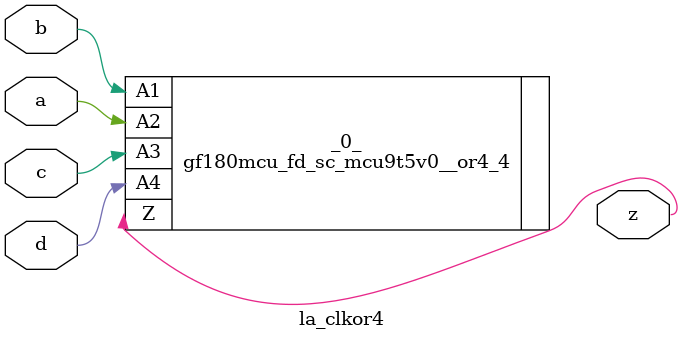
<source format=v>

/* Generated by Yosys 0.44 (git sha1 80ba43d26, g++ 11.4.0-1ubuntu1~22.04 -fPIC -O3) */

(* top =  1  *)
(* src = "inputs/la_clkor4.v:10.1-22.10" *)
module la_clkor4 (
    a,
    b,
    c,
    d,
    z
);
  (* src = "inputs/la_clkor4.v:13.12-13.13" *)
  input a;
  wire a;
  (* src = "inputs/la_clkor4.v:14.12-14.13" *)
  input b;
  wire b;
  (* src = "inputs/la_clkor4.v:15.12-15.13" *)
  input c;
  wire c;
  (* src = "inputs/la_clkor4.v:16.12-16.13" *)
  input d;
  wire d;
  (* src = "inputs/la_clkor4.v:17.12-17.13" *)
  output z;
  wire z;
  gf180mcu_fd_sc_mcu9t5v0__or4_4 _0_ (
      .A1(b),
      .A2(a),
      .A3(c),
      .A4(d),
      .Z (z)
  );
endmodule

</source>
